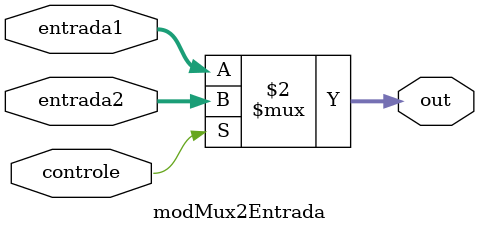
<source format=v>
module modMux2Entrada(
    entrada1, 
    entrada2, 
    out, 
    controle
    );

    input [31:0] entrada1, 
    entrada2;

    output [31:0] out;

    input controle;

    assign out = 
    (controle == 1'b0) 
    ? entrada1 : entrada2;

endmodule
</source>
